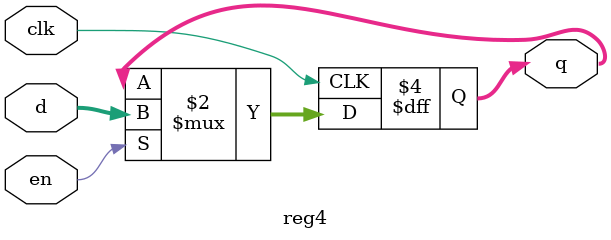
<source format=v>
module reg4 (
   input             clk,
   input             en,
   input       [3:0] d,
   output reg  [3:0] q
   );
   
   always @(posedge clk)
      if (en)
         q <= d;
         
endmodule

</source>
